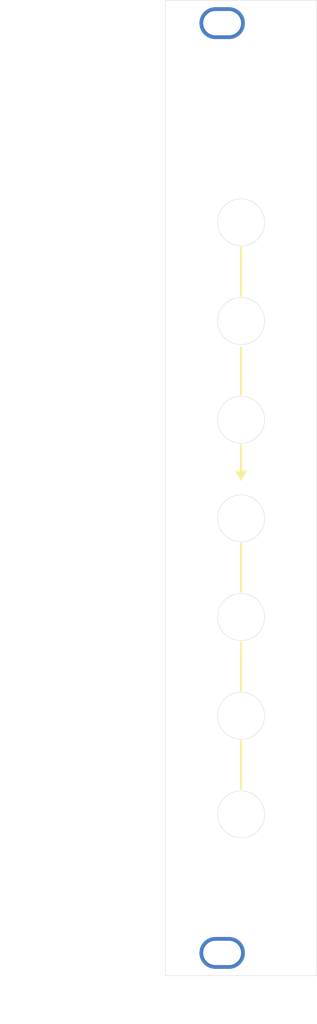
<source format=kicad_pcb>
(kicad_pcb (version 20240108) (generator "pcbnew") (generator_version "8.0")
  (layers (0 "F.Cu" signal) (31 "B.Cu" signal) (34 "B.Paste" user) (35 "F.Paste" user) (36 "B.SilkS" user "B.Silkscreen") (37 "F.SilkS" user "F.Silkscreen") (38 "B.Mask" user) (39 "F.Mask" user) (44 "Edge.Cuts" user))
  (net 0 "")
  (footprint "BYOM_General:plated_rack_hole" (layer "F.Cu") (at 130 59.5)
    (property "Reference" "REF**" (hide yes))
    (property "Value" "plated_rack_hole")
    (pad "1" thru_hole oval (at 0 0) (size 6 4.2) (drill oval 5 3.2) (layers "*.Cu" "*.Mask"))
  )
  (footprint "BYOM_General:plated_rack_hole" (layer "F.Cu") (at 130 182)
    (property "Reference" "REF**" (hide yes))
    (property "Value" "plated_rack_hole")
    (pad "1" thru_hole oval (at 0 0) (size 6 4.2) (drill oval 5 3.2) (layers "*.Cu" "*.Mask"))
  )
  (gr_poly (pts (xy 132.5 119.75) (xy 131.75 118.5) (xy 133.25 118.5)) (stroke (width 0.1)) (fill solid) (layer "F.SilkS"))
  (gr_line (start 132.5 89.1) (end 132.5 95.4) (stroke (width 0.3)) (layer "F.SilkS"))
  (gr_line (start 132.5 102.25) (end 132.5 108.4) (stroke (width 0.3)) (layer "F.SilkS"))
  (gr_line (start 132.5 128.1) (end 132.5 134.4) (stroke (width 0.3)) (layer "F.SilkS"))
  (gr_line (start 132.5 141.1) (end 132.5 147.4) (stroke (width 0.3)) (layer "F.SilkS"))
  (gr_line (start 132.5 115.125) (end 132.5 119.5) (stroke (width 0.3)) (layer "F.SilkS"))
  (gr_line (start 132.5 154.1) (end 132.5 160.375) (stroke (width 0.3)) (layer "F.SilkS"))
  (gr_circle (center 132.5 98.75) (end 135.6 98.75) (stroke (width 0.05)) (fill none) (layer "Edge.Cuts"))
  (gr_circle (center 132.5 137.75) (end 135.6 137.75) (stroke (width 0.05)) (fill none) (layer "Edge.Cuts"))
  (gr_circle (center 132.5 111.75) (end 135.6 111.75) (stroke (width 0.05)) (fill none) (layer "Edge.Cuts"))
  (gr_circle (center 132.5 85.75) (end 135.6 85.75) (stroke (width 0.05)) (fill none) (layer "Edge.Cuts"))
  (gr_circle (center 132.5 124.75) (end 135.6 124.75) (stroke (width 0.05)) (fill none) (layer "Edge.Cuts"))
  (gr_circle (center 132.5 150.75) (end 135.6 150.75) (stroke (width 0.05)) (fill none) (layer "Edge.Cuts"))
  (gr_rect (start 122.5 56.5) (end 142.5 185) (stroke (width 0.05)) (fill none) (layer "Edge.Cuts"))
  (gr_circle (center 132.5 163.75) (end 135.6 163.75) (stroke (width 0.05)) (fill none) (layer "Edge.Cuts"))
)
</source>
